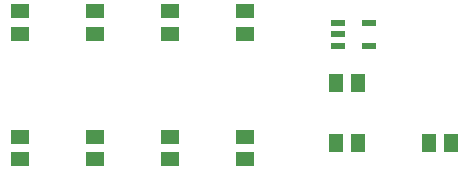
<source format=gtp>
G75*
%MOIN*%
%OFA0B0*%
%FSLAX25Y25*%
%IPPOS*%
%LPD*%
%AMOC8*
5,1,8,0,0,1.08239X$1,22.5*
%
%ADD10R,0.05906X0.05118*%
%ADD11R,0.05118X0.05906*%
%ADD12R,0.04724X0.02362*%
D10*
X0103501Y0015749D03*
X0128501Y0015749D03*
X0128501Y0023229D03*
X0103501Y0023229D03*
X0153501Y0023229D03*
X0178501Y0023229D03*
X0178501Y0015749D03*
X0153501Y0015749D03*
X0153501Y0057560D03*
X0178501Y0057560D03*
X0178501Y0065040D03*
X0153501Y0065040D03*
X0128501Y0065040D03*
X0103501Y0065040D03*
X0103501Y0057560D03*
X0128501Y0057560D03*
D11*
X0208698Y0041300D03*
X0216179Y0041300D03*
X0216179Y0021300D03*
X0208698Y0021300D03*
X0239761Y0021300D03*
X0247242Y0021300D03*
D12*
X0219706Y0053623D03*
X0209423Y0053623D03*
X0209423Y0057363D03*
X0209423Y0061103D03*
X0219706Y0061103D03*
M02*

</source>
